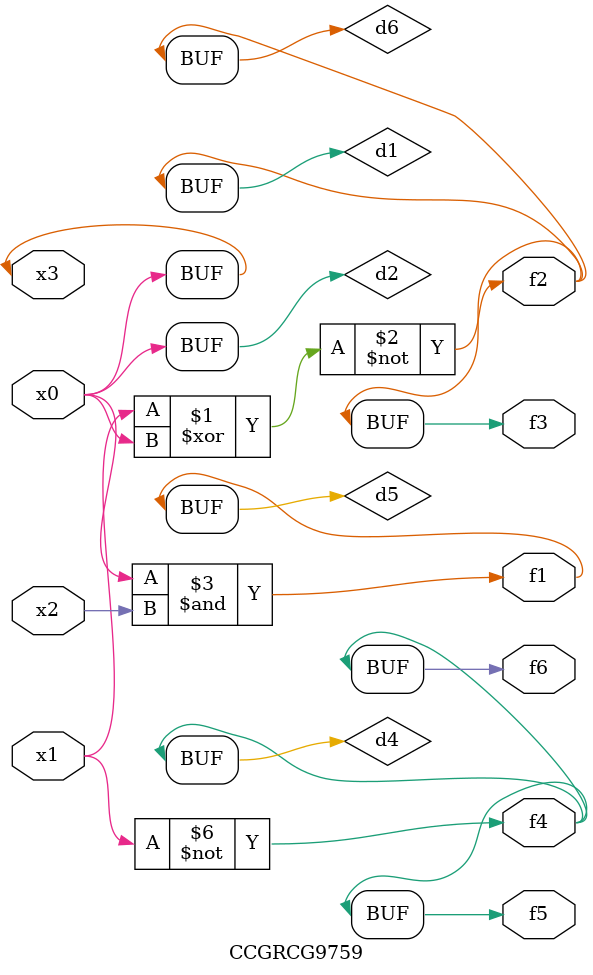
<source format=v>
module CCGRCG9759(
	input x0, x1, x2, x3,
	output f1, f2, f3, f4, f5, f6
);

	wire d1, d2, d3, d4, d5, d6;

	xnor (d1, x1, x3);
	buf (d2, x0, x3);
	nand (d3, x0, x2);
	not (d4, x1);
	nand (d5, d3);
	or (d6, d1);
	assign f1 = d5;
	assign f2 = d6;
	assign f3 = d6;
	assign f4 = d4;
	assign f5 = d4;
	assign f6 = d4;
endmodule

</source>
